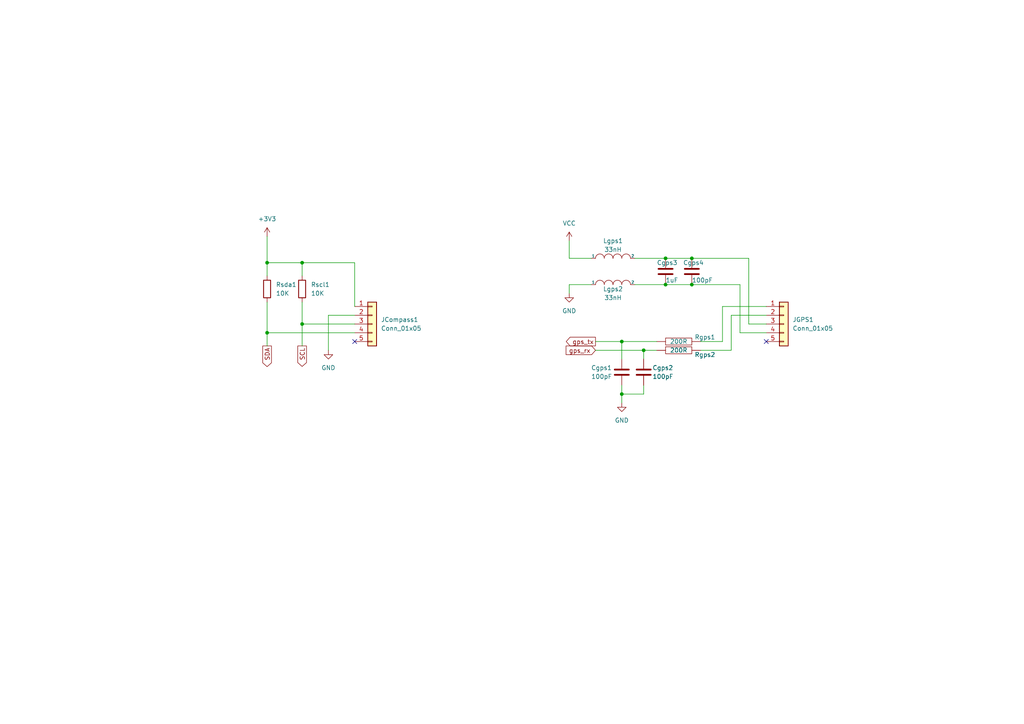
<source format=kicad_sch>
(kicad_sch (version 20211123) (generator eeschema)
  (paper "A4")
  (lib_symbols
    (symbol "Connector_Generic:Conn_01x05" (pin_names (offset 1.016) hide)
      (property "Reference" "J" (at 0 7.62 0))
      (property "Value" "Conn_01x05" (at 0 -7.62 0))
      (symbol "Conn_01x05_1_1"
        (rectangle (start -1.27 -4.953) (end 0 -5.207) (stroke (width 0.1524)))
        (rectangle (start -1.27 -2.413) (end 0 -2.667) (stroke (width 0.1524)))
        (rectangle (start -1.27 0.127) (end 0 -0.127) (stroke (width 0.1524)))
        (rectangle (start -1.27 2.667) (end 0 2.413) (stroke (width 0.1524)))
        (rectangle (start -1.27 5.207) (end 0 4.953) (stroke (width 0.1524)))
        (rectangle (start -1.27 6.35) (end 1.27 -6.35) (stroke (width 0.254)) (fill (type background)))
        (pin passive line (at -5.08 5.08 0) (length 3.81) (name "Pin_1") (number "1"))
        (pin passive line (at -5.08 2.54 0) (length 3.81) (name "Pin_2") (number "2"))
        (pin passive line (at -5.08 0 0) (length 3.81) (name "Pin_3") (number "3"))
        (pin passive line (at -5.08 -2.54 0) (length 3.81) (name "Pin_4") (number "4"))
        (pin passive line (at -5.08 -5.08 0) (length 3.81) (name "Pin_5") (number "5"))
      )
    )
    (symbol "Device:C" (pin_numbers hide) (pin_names (offset 0.254))
      (property "Reference" "C" (at 0.635 2.54 0))
      (property "Value" "C" (at 0.635 -2.54 0))
      (symbol "C_0_1"
        (polyline (pts (xy -2.032 -0.762) (xy 2.032 -0.762)) (stroke (width 0.508)))
        (polyline (pts (xy -2.032 0.762) (xy 2.032 0.762)) (stroke (width 0.508)))
      )
      (symbol "C_1_1"
        (pin passive line (at 0 3.81 270) (length 2.794) (name "~") (number "1"))
        (pin passive line (at 0 -3.81 90) (length 2.794) (name "~") (number "2"))
      )
    )
    (symbol "Device:R" (pin_numbers hide) (pin_names (offset 0))
      (property "Reference" "R" (at 2.032 0 90))
      (property "Value" "R" (at 0 0 90))
      (symbol "R_0_1"
        (rectangle (start -1.016 -2.54) (end 1.016 2.54) (stroke (width 0.254)))
      )
      (symbol "R_1_1"
        (pin passive line (at 0 3.81 270) (length 1.27) (name "~") (number "1"))
        (pin passive line (at 0 -3.81 90) (length 1.27) (name "~") (number "2"))
      )
    )
    (symbol "power:+3V3" (power) (pin_names (offset 0))
      (property "Value" "+3V3" (at 0 3.556 0))
      (symbol "+3V3_0_1"
        (polyline (pts (xy -0.762 1.27) (xy 0 2.54)))
        (polyline (pts (xy 0 0) (xy 0 2.54)))
        (polyline (pts (xy 0 2.54) (xy 0.762 1.27)))
      )
      (symbol "+3V3_1_1"
        (pin power_in line (at 0 0 90) (length 0) hide (name "+3V3") (number "1"))
      )
    )
    (symbol "power:GND" (power) (pin_names (offset 0))
      (property "Value" "GND" (at 0 -3.81 0))
      (symbol "GND_0_1"
        (polyline (pts (xy 0 0) (xy 0 -1.27) (xy 1.27 -1.27) (xy 0 -2.54) (xy -1.27 -1.27) (xy 0 -1.27)))
      )
      (symbol "GND_1_1"
        (pin power_in line (at 0 0 270) (length 0) hide (name "GND") (number "1"))
      )
    )
    (symbol "power:VCC" (power) (pin_names (offset 0))
      (property "Value" "VCC" (at 0 3.81 0))
      (symbol "VCC_0_1"
        (polyline (pts (xy -0.762 1.27) (xy 0 2.54)))
        (polyline (pts (xy 0 0) (xy 0 2.54)))
        (polyline (pts (xy 0 2.54) (xy 0.762 1.27)))
      )
      (symbol "VCC_1_1"
        (pin power_in line (at 0 0 90) (length 0) hide (name "VCC") (number "1"))
      )
    )
    (symbol "pspice:INDUCTOR" (pin_numbers hide) (pin_names (offset 0))
      (property "Reference" "L" (at 0 2.54 0))
      (property "Value" "INDUCTOR" (at 0 -1.27 0))
      (symbol "INDUCTOR_0_1"
        (arc (start -2.54 0) (mid -3.81 1.27) (end -5.08 0))
        (arc (start 0 0) (mid -1.27 1.27) (end -2.54 0))
        (arc (start 2.54 0) (mid 1.27 1.27) (end 0 0))
        (arc (start 5.08 0) (mid 3.81 1.27) (end 2.54 0))
      )
      (symbol "INDUCTOR_1_1"
        (pin input line (at -6.35 0 0) (length 1.27) (name "1") (number "1"))
        (pin input line (at 6.35 0 180) (length 1.27) (name "2") (number "2"))
      )
    )
    (symbol "pspice:R" (pin_numbers hide) (pin_names (offset 0))
      (property "Reference" "R" (at 2.032 0 90))
      (property "Value" "R" (at 0 0 90))
      (symbol "R_0_1"
        (rectangle (start -1.016 3.81) (end 1.016 -3.81))
      )
      (symbol "R_1_1"
        (pin passive line (at 0 6.35 270) (length 2.54) (name "~") (number "1"))
        (pin passive line (at 0 -6.35 90) (length 2.54) (name "~") (number "2"))
      )
    )
  )
  (junction (at 77.47 96.52))
  (junction (at 180.34 99.06))
  (junction (at 200.66 82.55))
  (junction (at 193.04 82.55))
  (junction (at 180.34 114.3))
  (junction (at 200.66 74.93))
  (junction (at 186.69 101.6))
  (junction (at 193.04 74.93))
  (junction (at 87.63 93.98))
  (junction (at 77.47 76.2))
  (junction (at 87.63 76.2))
  (no_connect (at 102.87 99.06))
  (no_connect (at 222.25 99.06))
  (wire (pts (xy 180.34 99.06) (xy 180.34 104.14)))
  (wire (pts (xy 102.87 88.9) (xy 102.87 76.2)))
  (wire (pts (xy 77.47 87.63) (xy 77.47 96.52)))
  (wire (pts (xy 217.17 74.93) (xy 200.66 74.93)))
  (wire (pts (xy 222.25 91.44) (xy 212.09 91.44)))
  (wire (pts (xy 87.63 87.63) (xy 87.63 93.98)))
  (wire (pts (xy 200.66 82.55) (xy 214.63 82.55)))
  (wire (pts (xy 209.55 99.06) (xy 209.55 88.9)))
  (wire (pts (xy 214.63 96.52) (xy 222.25 96.52)))
  (wire (pts (xy 186.69 101.6) (xy 190.5 101.6)))
  (wire (pts (xy 172.72 101.6) (xy 186.69 101.6)))
  (wire (pts (xy 186.69 114.3) (xy 180.34 114.3)))
  (wire (pts (xy 95.25 91.44) (xy 102.87 91.44)))
  (wire (pts (xy 222.25 93.98) (xy 217.17 93.98)))
  (wire (pts (xy 165.1 82.55) (xy 171.45 82.55)))
  (wire (pts (xy 165.1 85.09) (xy 165.1 82.55)))
  (wire (pts (xy 87.63 76.2) (xy 102.87 76.2)))
  (wire (pts (xy 180.34 114.3) (xy 180.34 116.84)))
  (wire (pts (xy 172.72 99.06) (xy 180.34 99.06)))
  (wire (pts (xy 212.09 91.44) (xy 212.09 101.6)))
  (wire (pts (xy 203.2 99.06) (xy 209.55 99.06)))
  (wire (pts (xy 77.47 96.52) (xy 102.87 96.52)))
  (wire (pts (xy 87.63 93.98) (xy 87.63 100.33)))
  (wire (pts (xy 200.66 74.93) (xy 193.04 74.93)))
  (wire (pts (xy 186.69 111.76) (xy 186.69 114.3)))
  (wire (pts (xy 165.1 74.93) (xy 165.1 69.85)))
  (wire (pts (xy 184.15 82.55) (xy 193.04 82.55)))
  (wire (pts (xy 77.47 68.58) (xy 77.47 76.2)))
  (wire (pts (xy 209.55 88.9) (xy 222.25 88.9)))
  (wire (pts (xy 193.04 82.55) (xy 200.66 82.55)))
  (wire (pts (xy 217.17 93.98) (xy 217.17 74.93)))
  (wire (pts (xy 180.34 111.76) (xy 180.34 114.3)))
  (wire (pts (xy 186.69 104.14) (xy 186.69 101.6)))
  (wire (pts (xy 212.09 101.6) (xy 203.2 101.6)))
  (wire (pts (xy 180.34 99.06) (xy 190.5 99.06)))
  (wire (pts (xy 77.47 76.2) (xy 77.47 80.01)))
  (wire (pts (xy 214.63 82.55) (xy 214.63 96.52)))
  (wire (pts (xy 95.25 101.6) (xy 95.25 91.44)))
  (wire (pts (xy 77.47 76.2) (xy 87.63 76.2)))
  (wire (pts (xy 87.63 76.2) (xy 87.63 80.01)))
  (wire (pts (xy 87.63 93.98) (xy 102.87 93.98)))
  (wire (pts (xy 171.45 74.93) (xy 165.1 74.93)))
  (wire (pts (xy 193.04 74.93) (xy 184.15 74.93)))
  (wire (pts (xy 77.47 96.52) (xy 77.47 100.33)))
  (global_label "gps_rx" (shape input) (at 172.72 101.6 180) (property "Riferimenti inter-foglio" "${INTERSHEET_REFS}" (effects hide)))
  (global_label "gps_tx" (shape output) (at 172.72 99.06 180) (property "Riferimenti inter-foglio" "${INTERSHEET_REFS}" (effects hide)))
  (global_label "SDA" (shape output) (at 77.47 100.33 270) (property "Riferimenti inter-foglio" "${INTERSHEET_REFS}" (effects hide)))
  (global_label "SCL" (shape output) (at 87.63 100.33 270) (property "Riferimenti inter-foglio" "${INTERSHEET_REFS}" (effects hide)))
  (symbol (lib_id "pspice:INDUCTOR") (at 177.8 74.93 0) (unit 1)
    (property "Reference" "Lgps1" (at 177.8 69.85 0))
    (property "Value" "33nH" (at 177.8 72.39 0))
    (property "Footprint" "Inductor_SMD:L_0603_1608Metric" (effects hide))
  )
  (symbol (lib_id "power:VCC") (at 165.1 69.85 0) (unit 1)
    (property "Reference" "#PWR0107" (effects hide))
    (property "Value" "VCC" (at 165.1 64.77 0))
  )
  (symbol (lib_id "Device:C") (at 186.69 107.95 0) (unit 1)
    (property "Reference" "Cgps2" (at 189.23 106.68 0) (effects (justify left)))
    (property "Value" "100pF" (at 189.23 109.22 0) (effects (justify left)))
    (property "Footprint" "Capacitor_SMD:C_0603_1608Metric" (effects hide))
  )
  (symbol (lib_id "Device:C") (at 180.34 107.95 0) (unit 1)
    (property "Reference" "Cgps1" (at 171.45 106.68 0) (effects (justify left)))
    (property "Value" "100pF" (at 171.45 109.22 0) (effects (justify left)))
    (property "Footprint" "Capacitor_SMD:C_0603_1608Metric" (effects hide))
  )
  (symbol (lib_id "pspice:R") (at 196.85 99.06 90) (unit 1)
    (property "Reference" "Rgps1" (at 204.47 97.79 90))
    (property "Value" "200R" (at 196.85 99.06 90))
    (property "Footprint" "Resistor_SMD:R_0603_1608Metric" (effects hide))
  )
  (symbol (lib_id "power:GND") (at 180.34 116.84 0) (unit 1)
    (property "Reference" "#PWR0105" (effects hide))
    (property "Value" "GND" (at 180.34 121.92 0))
  )
  (symbol (lib_id "Device:R") (at 87.63 83.82 0) (unit 1)
    (property "Reference" "Rscl1" (at 90.17 82.5499 0) (effects (justify left)))
    (property "Value" "10K" (at 90.17 85.0899 0) (effects (justify left)))
    (property "Footprint" "Resistor_SMD:R_0603_1608Metric" (effects hide))
  )
  (symbol (lib_id "power:GND") (at 95.25 101.6 0) (unit 1)
    (property "Reference" "#PWR0103" (effects hide))
    (property "Value" "GND" (at 95.25 106.68 0))
  )
  (symbol (lib_id "Connector_Generic:Conn_01x05") (at 227.33 93.98 0) (unit 1)
    (property "Reference" "JGPS1" (at 229.87 92.7099 0) (effects (justify left)))
    (property "Value" "Conn_01x05" (at 229.87 95.2499 0) (effects (justify left)))
    (property "Footprint" "Connector_PinSocket_2.54mm:PinSocket_1x05_P2.54mm_Vertical" (effects hide))
  )
  (symbol (lib_id "Device:R") (at 77.47 83.82 0) (unit 1)
    (property "Reference" "Rsda1" (at 80.01 82.5499 0) (effects (justify left)))
    (property "Value" "10K" (at 80.01 85.0899 0) (effects (justify left)))
    (property "Footprint" "Resistor_SMD:R_0603_1608Metric" (effects hide))
  )
  (symbol (lib_id "pspice:INDUCTOR") (at 177.8 82.55 0) (unit 1)
    (property "Reference" "Lgps2" (at 177.8 83.82 0))
    (property "Value" "33nH" (at 177.8 86.36 0))
    (property "Footprint" "Inductor_SMD:L_0603_1608Metric" (effects hide))
  )
  (symbol (lib_id "Connector_Generic:Conn_01x05") (at 107.95 93.98 0) (unit 1)
    (property "Reference" "JCompass1" (at 110.49 92.7099 0) (effects (justify left)))
    (property "Value" "Conn_01x05" (at 110.49 95.2499 0) (effects (justify left)))
    (property "Footprint" "Connector_PinSocket_2.54mm:PinSocket_1x05_P2.54mm_Vertical" (effects hide))
  )
  (symbol (lib_id "power:+3V3") (at 77.47 68.58 0) (unit 1)
    (property "Reference" "#PWR0104" (effects hide))
    (property "Value" "+3V3" (at 77.47 63.5 0))
  )
  (symbol (lib_id "power:GND") (at 165.1 85.09 0) (unit 1)
    (property "Reference" "#PWR0106" (effects hide))
    (property "Value" "GND" (at 165.1 90.17 0))
  )
  (symbol (lib_id "pspice:R") (at 196.85 101.6 90) (unit 1)
    (property "Reference" "Rgps2" (at 204.47 102.87 90))
    (property "Value" "200R" (at 196.85 101.6 90))
    (property "Footprint" "Resistor_SMD:R_0603_1608Metric" (effects hide))
  )
  (symbol (lib_id "Device:C") (at 193.04 78.74 0) (unit 1)
    (property "Reference" "Cgps3" (at 190.5 76.2 0) (effects (justify left)))
    (property "Value" "1uF" (at 193.04 81.28 0) (effects (justify left)))
    (property "Footprint" "Capacitor_SMD:C_0603_1608Metric" (effects hide))
  )
  (symbol (lib_id "Device:C") (at 200.66 78.74 0) (unit 1)
    (property "Reference" "Cgps4" (at 198.12 76.2 0) (effects (justify left)))
    (property "Value" "100pF" (at 200.66 81.28 0) (effects (justify left)))
    (property "Footprint" "Capacitor_SMD:C_0603_1608Metric" (effects hide))
  )
)
</source>
